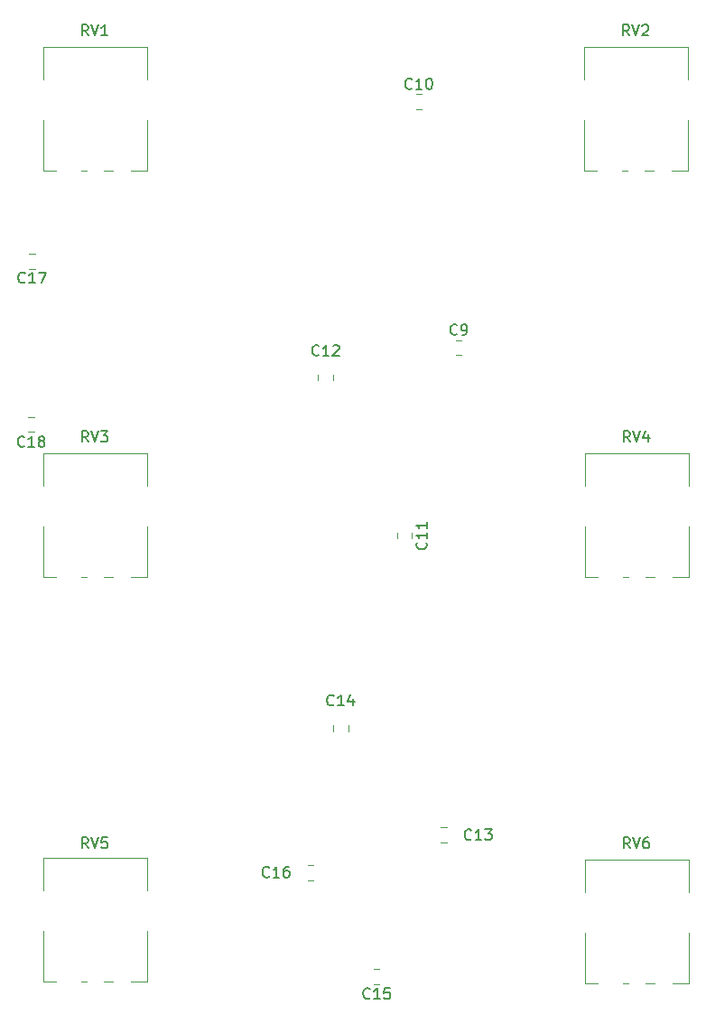
<source format=gbr>
G04 #@! TF.GenerationSoftware,KiCad,Pcbnew,5.1.6-c6e7f7d~86~ubuntu18.04.1*
G04 #@! TF.CreationDate,2020-06-20T10:04:16-04:00*
G04 #@! TF.ProjectId,wave_folder,77617665-5f66-46f6-9c64-65722e6b6963,rev?*
G04 #@! TF.SameCoordinates,Original*
G04 #@! TF.FileFunction,Legend,Top*
G04 #@! TF.FilePolarity,Positive*
%FSLAX46Y46*%
G04 Gerber Fmt 4.6, Leading zero omitted, Abs format (unit mm)*
G04 Created by KiCad (PCBNEW 5.1.6-c6e7f7d~86~ubuntu18.04.1) date 2020-06-20 10:04:16*
%MOMM*%
%LPD*%
G01*
G04 APERTURE LIST*
%ADD10C,0.120000*%
%ADD11C,0.150000*%
G04 APERTURE END LIST*
D10*
X203630000Y-141360000D02*
X202800000Y-141360000D01*
X201180000Y-141360000D02*
X200650000Y-141360000D01*
X198280000Y-141360000D02*
X197100000Y-141360000D01*
X206840000Y-141360000D02*
X206840000Y-136640000D01*
X197100000Y-132830000D02*
X197100000Y-129770000D01*
X197090000Y-141360000D02*
X197090000Y-136640000D01*
X206840000Y-132830000D02*
X206840000Y-129770000D01*
X206840000Y-141360000D02*
X205350000Y-141360000D01*
X206840000Y-129770000D02*
X197100000Y-129770000D01*
X152830000Y-141240000D02*
X152000000Y-141240000D01*
X150380000Y-141240000D02*
X149850000Y-141240000D01*
X147480000Y-141240000D02*
X146300000Y-141240000D01*
X156040000Y-141240000D02*
X156040000Y-136520000D01*
X146300000Y-132710000D02*
X146300000Y-129650000D01*
X146290000Y-141240000D02*
X146290000Y-136520000D01*
X156040000Y-132710000D02*
X156040000Y-129650000D01*
X156040000Y-141240000D02*
X154550000Y-141240000D01*
X156040000Y-129650000D02*
X146300000Y-129650000D01*
X203630000Y-103260000D02*
X202800000Y-103260000D01*
X201180000Y-103260000D02*
X200650000Y-103260000D01*
X198280000Y-103260000D02*
X197100000Y-103260000D01*
X206840000Y-103260000D02*
X206840000Y-98540000D01*
X197100000Y-94730000D02*
X197100000Y-91670000D01*
X197090000Y-103260000D02*
X197090000Y-98540000D01*
X206840000Y-94730000D02*
X206840000Y-91670000D01*
X206840000Y-103260000D02*
X205350000Y-103260000D01*
X206840000Y-91670000D02*
X197100000Y-91670000D01*
X152830000Y-103260000D02*
X152000000Y-103260000D01*
X150380000Y-103260000D02*
X149850000Y-103260000D01*
X147480000Y-103260000D02*
X146300000Y-103260000D01*
X156040000Y-103260000D02*
X156040000Y-98540000D01*
X146300000Y-94730000D02*
X146300000Y-91670000D01*
X146290000Y-103260000D02*
X146290000Y-98540000D01*
X156040000Y-94730000D02*
X156040000Y-91670000D01*
X156040000Y-103260000D02*
X154550000Y-103260000D01*
X156040000Y-91670000D02*
X146300000Y-91670000D01*
X203550000Y-65160000D02*
X202720000Y-65160000D01*
X201100000Y-65160000D02*
X200570000Y-65160000D01*
X198200000Y-65160000D02*
X197020000Y-65160000D01*
X206760000Y-65160000D02*
X206760000Y-60440000D01*
X197020000Y-56630000D02*
X197020000Y-53570000D01*
X197010000Y-65160000D02*
X197010000Y-60440000D01*
X206760000Y-56630000D02*
X206760000Y-53570000D01*
X206760000Y-65160000D02*
X205270000Y-65160000D01*
X206760000Y-53570000D02*
X197020000Y-53570000D01*
X152830000Y-65160000D02*
X152000000Y-65160000D01*
X150380000Y-65160000D02*
X149850000Y-65160000D01*
X147480000Y-65160000D02*
X146300000Y-65160000D01*
X156040000Y-65160000D02*
X156040000Y-60440000D01*
X146300000Y-56630000D02*
X146300000Y-53570000D01*
X146290000Y-65160000D02*
X146290000Y-60440000D01*
X156040000Y-56630000D02*
X156040000Y-53570000D01*
X156040000Y-65160000D02*
X154550000Y-65160000D01*
X156040000Y-53570000D02*
X146300000Y-53570000D01*
X145436112Y-88273820D02*
X144913608Y-88273820D01*
X145436112Y-89693820D02*
X144913608Y-89693820D01*
X145010348Y-74395400D02*
X145532852Y-74395400D01*
X145010348Y-72975400D02*
X145532852Y-72975400D01*
X171113748Y-131710000D02*
X171636252Y-131710000D01*
X171113748Y-130290000D02*
X171636252Y-130290000D01*
X177849052Y-140031400D02*
X177326548Y-140031400D01*
X177849052Y-141451400D02*
X177326548Y-141451400D01*
X173490000Y-117213748D02*
X173490000Y-117736252D01*
X174910000Y-117213748D02*
X174910000Y-117736252D01*
X183613748Y-128160000D02*
X184136252Y-128160000D01*
X183613748Y-126740000D02*
X184136252Y-126740000D01*
X172090000Y-84313748D02*
X172090000Y-84836252D01*
X173510000Y-84313748D02*
X173510000Y-84836252D01*
X179490000Y-99163748D02*
X179490000Y-99686252D01*
X180910000Y-99163748D02*
X180910000Y-99686252D01*
X181786252Y-57990000D02*
X181263748Y-57990000D01*
X181786252Y-59410000D02*
X181263748Y-59410000D01*
X185013748Y-82510000D02*
X185536252Y-82510000D01*
X185013748Y-81090000D02*
X185536252Y-81090000D01*
D11*
X201334761Y-128722380D02*
X201001428Y-128246190D01*
X200763333Y-128722380D02*
X200763333Y-127722380D01*
X201144285Y-127722380D01*
X201239523Y-127770000D01*
X201287142Y-127817619D01*
X201334761Y-127912857D01*
X201334761Y-128055714D01*
X201287142Y-128150952D01*
X201239523Y-128198571D01*
X201144285Y-128246190D01*
X200763333Y-128246190D01*
X201620476Y-127722380D02*
X201953809Y-128722380D01*
X202287142Y-127722380D01*
X203049047Y-127722380D02*
X202858571Y-127722380D01*
X202763333Y-127770000D01*
X202715714Y-127817619D01*
X202620476Y-127960476D01*
X202572857Y-128150952D01*
X202572857Y-128531904D01*
X202620476Y-128627142D01*
X202668095Y-128674761D01*
X202763333Y-128722380D01*
X202953809Y-128722380D01*
X203049047Y-128674761D01*
X203096666Y-128627142D01*
X203144285Y-128531904D01*
X203144285Y-128293809D01*
X203096666Y-128198571D01*
X203049047Y-128150952D01*
X202953809Y-128103333D01*
X202763333Y-128103333D01*
X202668095Y-128150952D01*
X202620476Y-128198571D01*
X202572857Y-128293809D01*
X150534761Y-128722380D02*
X150201428Y-128246190D01*
X149963333Y-128722380D02*
X149963333Y-127722380D01*
X150344285Y-127722380D01*
X150439523Y-127770000D01*
X150487142Y-127817619D01*
X150534761Y-127912857D01*
X150534761Y-128055714D01*
X150487142Y-128150952D01*
X150439523Y-128198571D01*
X150344285Y-128246190D01*
X149963333Y-128246190D01*
X150820476Y-127722380D02*
X151153809Y-128722380D01*
X151487142Y-127722380D01*
X152296666Y-127722380D02*
X151820476Y-127722380D01*
X151772857Y-128198571D01*
X151820476Y-128150952D01*
X151915714Y-128103333D01*
X152153809Y-128103333D01*
X152249047Y-128150952D01*
X152296666Y-128198571D01*
X152344285Y-128293809D01*
X152344285Y-128531904D01*
X152296666Y-128627142D01*
X152249047Y-128674761D01*
X152153809Y-128722380D01*
X151915714Y-128722380D01*
X151820476Y-128674761D01*
X151772857Y-128627142D01*
X201334761Y-90622380D02*
X201001428Y-90146190D01*
X200763333Y-90622380D02*
X200763333Y-89622380D01*
X201144285Y-89622380D01*
X201239523Y-89670000D01*
X201287142Y-89717619D01*
X201334761Y-89812857D01*
X201334761Y-89955714D01*
X201287142Y-90050952D01*
X201239523Y-90098571D01*
X201144285Y-90146190D01*
X200763333Y-90146190D01*
X201620476Y-89622380D02*
X201953809Y-90622380D01*
X202287142Y-89622380D01*
X203049047Y-89955714D02*
X203049047Y-90622380D01*
X202810952Y-89574761D02*
X202572857Y-90289047D01*
X203191904Y-90289047D01*
X150534761Y-90622380D02*
X150201428Y-90146190D01*
X149963333Y-90622380D02*
X149963333Y-89622380D01*
X150344285Y-89622380D01*
X150439523Y-89670000D01*
X150487142Y-89717619D01*
X150534761Y-89812857D01*
X150534761Y-89955714D01*
X150487142Y-90050952D01*
X150439523Y-90098571D01*
X150344285Y-90146190D01*
X149963333Y-90146190D01*
X150820476Y-89622380D02*
X151153809Y-90622380D01*
X151487142Y-89622380D01*
X151725238Y-89622380D02*
X152344285Y-89622380D01*
X152010952Y-90003333D01*
X152153809Y-90003333D01*
X152249047Y-90050952D01*
X152296666Y-90098571D01*
X152344285Y-90193809D01*
X152344285Y-90431904D01*
X152296666Y-90527142D01*
X152249047Y-90574761D01*
X152153809Y-90622380D01*
X151868095Y-90622380D01*
X151772857Y-90574761D01*
X151725238Y-90527142D01*
X201254761Y-52522380D02*
X200921428Y-52046190D01*
X200683333Y-52522380D02*
X200683333Y-51522380D01*
X201064285Y-51522380D01*
X201159523Y-51570000D01*
X201207142Y-51617619D01*
X201254761Y-51712857D01*
X201254761Y-51855714D01*
X201207142Y-51950952D01*
X201159523Y-51998571D01*
X201064285Y-52046190D01*
X200683333Y-52046190D01*
X201540476Y-51522380D02*
X201873809Y-52522380D01*
X202207142Y-51522380D01*
X202492857Y-51617619D02*
X202540476Y-51570000D01*
X202635714Y-51522380D01*
X202873809Y-51522380D01*
X202969047Y-51570000D01*
X203016666Y-51617619D01*
X203064285Y-51712857D01*
X203064285Y-51808095D01*
X203016666Y-51950952D01*
X202445238Y-52522380D01*
X203064285Y-52522380D01*
X150534761Y-52522380D02*
X150201428Y-52046190D01*
X149963333Y-52522380D02*
X149963333Y-51522380D01*
X150344285Y-51522380D01*
X150439523Y-51570000D01*
X150487142Y-51617619D01*
X150534761Y-51712857D01*
X150534761Y-51855714D01*
X150487142Y-51950952D01*
X150439523Y-51998571D01*
X150344285Y-52046190D01*
X149963333Y-52046190D01*
X150820476Y-51522380D02*
X151153809Y-52522380D01*
X151487142Y-51522380D01*
X152344285Y-52522380D02*
X151772857Y-52522380D01*
X152058571Y-52522380D02*
X152058571Y-51522380D01*
X151963333Y-51665238D01*
X151868095Y-51760476D01*
X151772857Y-51808095D01*
X144532002Y-90990962D02*
X144484383Y-91038581D01*
X144341526Y-91086200D01*
X144246288Y-91086200D01*
X144103431Y-91038581D01*
X144008193Y-90943343D01*
X143960574Y-90848105D01*
X143912955Y-90657629D01*
X143912955Y-90514772D01*
X143960574Y-90324296D01*
X144008193Y-90229058D01*
X144103431Y-90133820D01*
X144246288Y-90086200D01*
X144341526Y-90086200D01*
X144484383Y-90133820D01*
X144532002Y-90181439D01*
X145484383Y-91086200D02*
X144912955Y-91086200D01*
X145198669Y-91086200D02*
X145198669Y-90086200D01*
X145103431Y-90229058D01*
X145008193Y-90324296D01*
X144912955Y-90371915D01*
X146055812Y-90514772D02*
X145960574Y-90467153D01*
X145912955Y-90419534D01*
X145865336Y-90324296D01*
X145865336Y-90276677D01*
X145912955Y-90181439D01*
X145960574Y-90133820D01*
X146055812Y-90086200D01*
X146246288Y-90086200D01*
X146341526Y-90133820D01*
X146389145Y-90181439D01*
X146436764Y-90276677D01*
X146436764Y-90324296D01*
X146389145Y-90419534D01*
X146341526Y-90467153D01*
X146246288Y-90514772D01*
X146055812Y-90514772D01*
X145960574Y-90562391D01*
X145912955Y-90610010D01*
X145865336Y-90705248D01*
X145865336Y-90895724D01*
X145912955Y-90990962D01*
X145960574Y-91038581D01*
X146055812Y-91086200D01*
X146246288Y-91086200D01*
X146341526Y-91038581D01*
X146389145Y-90990962D01*
X146436764Y-90895724D01*
X146436764Y-90705248D01*
X146389145Y-90610010D01*
X146341526Y-90562391D01*
X146246288Y-90514772D01*
X144604502Y-75637662D02*
X144556883Y-75685281D01*
X144414026Y-75732900D01*
X144318788Y-75732900D01*
X144175931Y-75685281D01*
X144080693Y-75590043D01*
X144033074Y-75494805D01*
X143985455Y-75304329D01*
X143985455Y-75161472D01*
X144033074Y-74970996D01*
X144080693Y-74875758D01*
X144175931Y-74780520D01*
X144318788Y-74732900D01*
X144414026Y-74732900D01*
X144556883Y-74780520D01*
X144604502Y-74828139D01*
X145556883Y-75732900D02*
X144985455Y-75732900D01*
X145271169Y-75732900D02*
X145271169Y-74732900D01*
X145175931Y-74875758D01*
X145080693Y-74970996D01*
X144985455Y-75018615D01*
X145890217Y-74732900D02*
X146556883Y-74732900D01*
X146128312Y-75732900D01*
X167507142Y-131357142D02*
X167459523Y-131404761D01*
X167316666Y-131452380D01*
X167221428Y-131452380D01*
X167078571Y-131404761D01*
X166983333Y-131309523D01*
X166935714Y-131214285D01*
X166888095Y-131023809D01*
X166888095Y-130880952D01*
X166935714Y-130690476D01*
X166983333Y-130595238D01*
X167078571Y-130500000D01*
X167221428Y-130452380D01*
X167316666Y-130452380D01*
X167459523Y-130500000D01*
X167507142Y-130547619D01*
X168459523Y-131452380D02*
X167888095Y-131452380D01*
X168173809Y-131452380D02*
X168173809Y-130452380D01*
X168078571Y-130595238D01*
X167983333Y-130690476D01*
X167888095Y-130738095D01*
X169316666Y-130452380D02*
X169126190Y-130452380D01*
X169030952Y-130500000D01*
X168983333Y-130547619D01*
X168888095Y-130690476D01*
X168840476Y-130880952D01*
X168840476Y-131261904D01*
X168888095Y-131357142D01*
X168935714Y-131404761D01*
X169030952Y-131452380D01*
X169221428Y-131452380D01*
X169316666Y-131404761D01*
X169364285Y-131357142D01*
X169411904Y-131261904D01*
X169411904Y-131023809D01*
X169364285Y-130928571D01*
X169316666Y-130880952D01*
X169221428Y-130833333D01*
X169030952Y-130833333D01*
X168935714Y-130880952D01*
X168888095Y-130928571D01*
X168840476Y-131023809D01*
X176944942Y-142748542D02*
X176897323Y-142796161D01*
X176754466Y-142843780D01*
X176659228Y-142843780D01*
X176516371Y-142796161D01*
X176421133Y-142700923D01*
X176373514Y-142605685D01*
X176325895Y-142415209D01*
X176325895Y-142272352D01*
X176373514Y-142081876D01*
X176421133Y-141986638D01*
X176516371Y-141891400D01*
X176659228Y-141843780D01*
X176754466Y-141843780D01*
X176897323Y-141891400D01*
X176944942Y-141939019D01*
X177897323Y-142843780D02*
X177325895Y-142843780D01*
X177611609Y-142843780D02*
X177611609Y-141843780D01*
X177516371Y-141986638D01*
X177421133Y-142081876D01*
X177325895Y-142129495D01*
X178802085Y-141843780D02*
X178325895Y-141843780D01*
X178278276Y-142319971D01*
X178325895Y-142272352D01*
X178421133Y-142224733D01*
X178659228Y-142224733D01*
X178754466Y-142272352D01*
X178802085Y-142319971D01*
X178849704Y-142415209D01*
X178849704Y-142653304D01*
X178802085Y-142748542D01*
X178754466Y-142796161D01*
X178659228Y-142843780D01*
X178421133Y-142843780D01*
X178325895Y-142796161D01*
X178278276Y-142748542D01*
X173557142Y-115257142D02*
X173509523Y-115304761D01*
X173366666Y-115352380D01*
X173271428Y-115352380D01*
X173128571Y-115304761D01*
X173033333Y-115209523D01*
X172985714Y-115114285D01*
X172938095Y-114923809D01*
X172938095Y-114780952D01*
X172985714Y-114590476D01*
X173033333Y-114495238D01*
X173128571Y-114400000D01*
X173271428Y-114352380D01*
X173366666Y-114352380D01*
X173509523Y-114400000D01*
X173557142Y-114447619D01*
X174509523Y-115352380D02*
X173938095Y-115352380D01*
X174223809Y-115352380D02*
X174223809Y-114352380D01*
X174128571Y-114495238D01*
X174033333Y-114590476D01*
X173938095Y-114638095D01*
X175366666Y-114685714D02*
X175366666Y-115352380D01*
X175128571Y-114304761D02*
X174890476Y-115019047D01*
X175509523Y-115019047D01*
X186457142Y-127857142D02*
X186409523Y-127904761D01*
X186266666Y-127952380D01*
X186171428Y-127952380D01*
X186028571Y-127904761D01*
X185933333Y-127809523D01*
X185885714Y-127714285D01*
X185838095Y-127523809D01*
X185838095Y-127380952D01*
X185885714Y-127190476D01*
X185933333Y-127095238D01*
X186028571Y-127000000D01*
X186171428Y-126952380D01*
X186266666Y-126952380D01*
X186409523Y-127000000D01*
X186457142Y-127047619D01*
X187409523Y-127952380D02*
X186838095Y-127952380D01*
X187123809Y-127952380D02*
X187123809Y-126952380D01*
X187028571Y-127095238D01*
X186933333Y-127190476D01*
X186838095Y-127238095D01*
X187742857Y-126952380D02*
X188361904Y-126952380D01*
X188028571Y-127333333D01*
X188171428Y-127333333D01*
X188266666Y-127380952D01*
X188314285Y-127428571D01*
X188361904Y-127523809D01*
X188361904Y-127761904D01*
X188314285Y-127857142D01*
X188266666Y-127904761D01*
X188171428Y-127952380D01*
X187885714Y-127952380D01*
X187790476Y-127904761D01*
X187742857Y-127857142D01*
X172157142Y-82457142D02*
X172109523Y-82504761D01*
X171966666Y-82552380D01*
X171871428Y-82552380D01*
X171728571Y-82504761D01*
X171633333Y-82409523D01*
X171585714Y-82314285D01*
X171538095Y-82123809D01*
X171538095Y-81980952D01*
X171585714Y-81790476D01*
X171633333Y-81695238D01*
X171728571Y-81600000D01*
X171871428Y-81552380D01*
X171966666Y-81552380D01*
X172109523Y-81600000D01*
X172157142Y-81647619D01*
X173109523Y-82552380D02*
X172538095Y-82552380D01*
X172823809Y-82552380D02*
X172823809Y-81552380D01*
X172728571Y-81695238D01*
X172633333Y-81790476D01*
X172538095Y-81838095D01*
X173490476Y-81647619D02*
X173538095Y-81600000D01*
X173633333Y-81552380D01*
X173871428Y-81552380D01*
X173966666Y-81600000D01*
X174014285Y-81647619D01*
X174061904Y-81742857D01*
X174061904Y-81838095D01*
X174014285Y-81980952D01*
X173442857Y-82552380D01*
X174061904Y-82552380D01*
X182207142Y-100067857D02*
X182254761Y-100115476D01*
X182302380Y-100258333D01*
X182302380Y-100353571D01*
X182254761Y-100496428D01*
X182159523Y-100591666D01*
X182064285Y-100639285D01*
X181873809Y-100686904D01*
X181730952Y-100686904D01*
X181540476Y-100639285D01*
X181445238Y-100591666D01*
X181350000Y-100496428D01*
X181302380Y-100353571D01*
X181302380Y-100258333D01*
X181350000Y-100115476D01*
X181397619Y-100067857D01*
X182302380Y-99115476D02*
X182302380Y-99686904D01*
X182302380Y-99401190D02*
X181302380Y-99401190D01*
X181445238Y-99496428D01*
X181540476Y-99591666D01*
X181588095Y-99686904D01*
X182302380Y-98163095D02*
X182302380Y-98734523D01*
X182302380Y-98448809D02*
X181302380Y-98448809D01*
X181445238Y-98544047D01*
X181540476Y-98639285D01*
X181588095Y-98734523D01*
X180882142Y-57457142D02*
X180834523Y-57504761D01*
X180691666Y-57552380D01*
X180596428Y-57552380D01*
X180453571Y-57504761D01*
X180358333Y-57409523D01*
X180310714Y-57314285D01*
X180263095Y-57123809D01*
X180263095Y-56980952D01*
X180310714Y-56790476D01*
X180358333Y-56695238D01*
X180453571Y-56600000D01*
X180596428Y-56552380D01*
X180691666Y-56552380D01*
X180834523Y-56600000D01*
X180882142Y-56647619D01*
X181834523Y-57552380D02*
X181263095Y-57552380D01*
X181548809Y-57552380D02*
X181548809Y-56552380D01*
X181453571Y-56695238D01*
X181358333Y-56790476D01*
X181263095Y-56838095D01*
X182453571Y-56552380D02*
X182548809Y-56552380D01*
X182644047Y-56600000D01*
X182691666Y-56647619D01*
X182739285Y-56742857D01*
X182786904Y-56933333D01*
X182786904Y-57171428D01*
X182739285Y-57361904D01*
X182691666Y-57457142D01*
X182644047Y-57504761D01*
X182548809Y-57552380D01*
X182453571Y-57552380D01*
X182358333Y-57504761D01*
X182310714Y-57457142D01*
X182263095Y-57361904D01*
X182215476Y-57171428D01*
X182215476Y-56933333D01*
X182263095Y-56742857D01*
X182310714Y-56647619D01*
X182358333Y-56600000D01*
X182453571Y-56552380D01*
X185108333Y-80507142D02*
X185060714Y-80554761D01*
X184917857Y-80602380D01*
X184822619Y-80602380D01*
X184679761Y-80554761D01*
X184584523Y-80459523D01*
X184536904Y-80364285D01*
X184489285Y-80173809D01*
X184489285Y-80030952D01*
X184536904Y-79840476D01*
X184584523Y-79745238D01*
X184679761Y-79650000D01*
X184822619Y-79602380D01*
X184917857Y-79602380D01*
X185060714Y-79650000D01*
X185108333Y-79697619D01*
X185584523Y-80602380D02*
X185775000Y-80602380D01*
X185870238Y-80554761D01*
X185917857Y-80507142D01*
X186013095Y-80364285D01*
X186060714Y-80173809D01*
X186060714Y-79792857D01*
X186013095Y-79697619D01*
X185965476Y-79650000D01*
X185870238Y-79602380D01*
X185679761Y-79602380D01*
X185584523Y-79650000D01*
X185536904Y-79697619D01*
X185489285Y-79792857D01*
X185489285Y-80030952D01*
X185536904Y-80126190D01*
X185584523Y-80173809D01*
X185679761Y-80221428D01*
X185870238Y-80221428D01*
X185965476Y-80173809D01*
X186013095Y-80126190D01*
X186060714Y-80030952D01*
M02*

</source>
